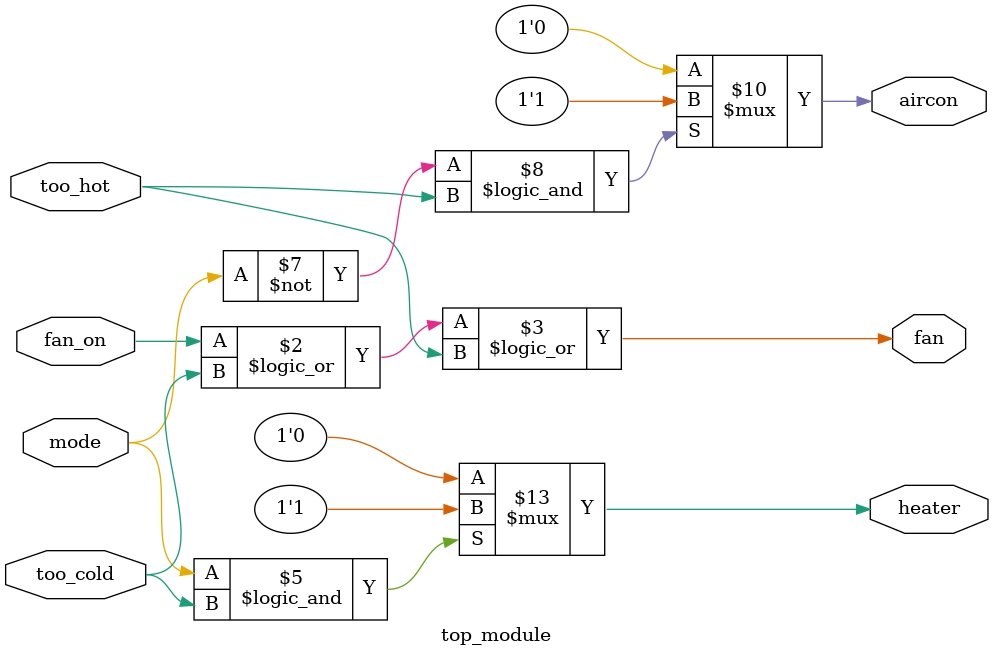
<source format=sv>
module top_module(
    input wire mode,
    input wire too_cold, 
    input wire too_hot,
    input wire fan_on,
    output reg heater,
    output reg aircon,
    output reg fan
);

    // Fan control
    always @(*)
    begin
        fan = fan_on || too_cold || too_hot;
    end

    // Heater control
    always @(*)
    begin
        if (mode && too_cold)
            heater = 1'b1;
        else
            heater = 1'b0;
    end

    // Aircon control
    always @(*)
    begin
        if (~mode && too_hot)
            aircon = 1'b1;
        else
            aircon = 1'b0;
    end

endmodule

</source>
